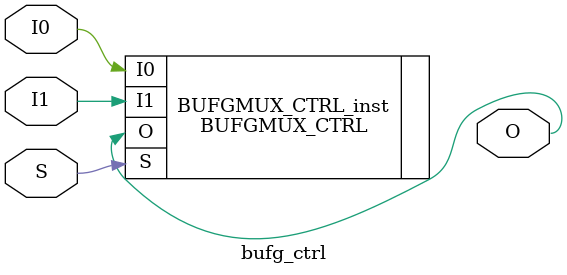
<source format=v>

`timescale 1ns / 1ps

module bufg_ctrl(
   output O,
   input I0,
   input I1,
   input S
    );

    BUFGMUX_CTRL BUFGMUX_CTRL_inst (
      .O(O),   // 1-bit output: Clock output
      .I0(I0), // 1-bit input: Clock input (S=0)
      .I1(I1), // 1-bit input: Clock input (S=1)
      .S(S)    // 1-bit input: Clock select
   );


endmodule

</source>
